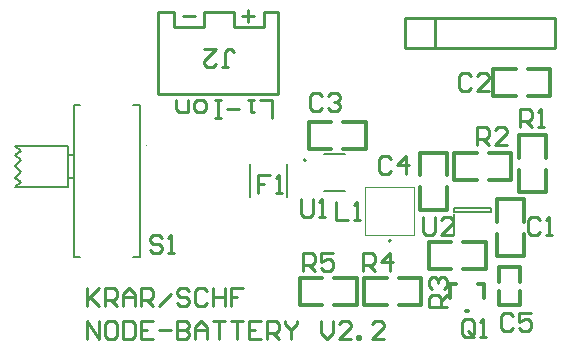
<source format=gbr>
%TF.GenerationSoftware,Altium Limited,Altium Designer,24.0.1 (36)*%
G04 Layer_Color=65535*
%FSLAX45Y45*%
%MOMM*%
%TF.SameCoordinates,EA0AF7FB-948C-45CD-8237-9CE77542C851*%
%TF.FilePolarity,Positive*%
%TF.FileFunction,Legend,Top*%
%TF.Part,Single*%
G01*
G75*
%TA.AperFunction,NonConductor*%
%ADD34C,0.10000*%
%ADD35C,0.20000*%
%ADD36C,0.30480*%
%ADD37C,0.25400*%
%ADD38C,0.12700*%
D34*
X680000Y1796415D02*
G03*
X690000Y1796415I5000J0D01*
G01*
D02*
G03*
X680000Y1796415I-5000J0D01*
G01*
X1720000Y980000D02*
G03*
X1720000Y990000I0J5000D01*
G01*
D02*
G03*
X1720000Y980000I0J-5000D01*
G01*
X2538660Y1038000D02*
X2948660D01*
Y1448001D01*
X2538660D02*
X2948660D01*
X2538660Y1038000D02*
Y1448001D01*
D35*
X2733660Y993001D02*
G03*
X2753660Y993001I10000J0D01*
G01*
D02*
G03*
X2733660Y993001I-10000J0D01*
G01*
X2035425Y1673201D02*
G03*
X2035425Y1673201I-10000J0D01*
G01*
X570000Y851415D02*
X630000D01*
X570000Y2141415D02*
X630000D01*
X70000Y851415D02*
X120000D01*
X20000Y1521415D02*
X70000D01*
X20000Y1721415D02*
X70000D01*
X20000Y1521415D02*
Y1721415D01*
Y1796415D01*
X-430000D02*
X20000D01*
X-430000D02*
X-380000Y1751415D01*
X-430000Y1721415D02*
X-380000Y1751415D01*
X-430000Y1721415D02*
X-380000Y1671415D01*
X-430000Y1621415D02*
X-380000Y1671415D01*
X-430000Y1621415D02*
X-380000Y1571415D01*
X-430000Y1521415D02*
X-380000Y1571415D01*
X-430000Y1521415D02*
X-380000Y1491415D01*
X-430000Y1446415D02*
X-380000Y1491415D01*
X-430000Y1446415D02*
X20000D01*
Y1521415D01*
X630000Y851415D02*
Y2141415D01*
X70000D02*
X120000D01*
X70000Y851415D02*
Y2141415D01*
X3288826Y1265001D02*
X3598825D01*
X3288826Y1235001D02*
X3598825D01*
Y1265001D01*
X3288826Y1235001D02*
Y1265001D01*
X3290425Y1052501D02*
Y1216100D01*
X1565000Y1360000D02*
Y1640000D01*
X1875000Y1360000D02*
Y1640000D01*
D36*
X2463800Y444500D02*
Y673100D01*
X1981200Y444500D02*
Y673100D01*
X2273300D02*
X2463800D01*
X2273300Y444500D02*
X2463800D01*
X1981200D02*
X2171700D01*
X1981200Y673100D02*
X2171700D01*
X3556000Y749300D02*
Y977900D01*
X3073400Y749300D02*
Y977900D01*
X3365500D02*
X3556000D01*
X3365500Y749300D02*
X3556000D01*
X3073400D02*
X3263900D01*
X3073400Y977900D02*
X3263900D01*
X3009900Y444500D02*
Y673100D01*
X2527300Y444500D02*
Y673100D01*
X2819400D02*
X3009900D01*
X2819400Y444500D02*
X3009900D01*
X2527300D02*
X2717800D01*
X2527300Y673100D02*
X2717800D01*
X2057400Y1765300D02*
Y1993900D01*
X2540000Y1765300D02*
Y1993900D01*
X2057400Y1765300D02*
X2247900D01*
X2057400Y1993900D02*
X2247900D01*
X2349500D02*
X2540000D01*
X2349500Y1765300D02*
X2540000D01*
X3621625Y2220901D02*
Y2449501D01*
X4104225Y2220901D02*
Y2449501D01*
X3621625Y2220901D02*
X3812125D01*
X3621625Y2449501D02*
X3812125D01*
X3913725D02*
X4104225D01*
X3913725Y2220901D02*
X4104225D01*
X3670300Y768350D02*
X3848100D01*
X3670300Y450850D02*
X3848100D01*
X3670300Y641350D02*
Y768350D01*
X3848100Y641350D02*
Y768350D01*
Y450850D02*
Y565150D01*
X3670300Y450850D02*
Y565150D01*
X3251200Y622300D02*
X3302000D01*
X3390900Y393700D02*
X3403600D01*
X3492500Y622300D02*
X3543300D01*
X3251200Y508000D02*
Y622300D01*
X3543300Y508000D02*
Y622300D01*
X2999325Y1738301D02*
X3227925D01*
X2999325Y1255701D02*
X3227925D01*
X2999325Y1547801D02*
Y1738301D01*
X3227925Y1547801D02*
Y1738301D01*
Y1255701D02*
Y1446201D01*
X2999325Y1255701D02*
Y1446201D01*
X3649491Y862001D02*
X3878091D01*
X3649491Y1344601D02*
X3878091D01*
Y862001D02*
Y1052501D01*
X3649491Y862001D02*
Y1052501D01*
Y1154101D02*
Y1344601D01*
X3878091Y1154101D02*
Y1344601D01*
X3842631Y1400506D02*
X4071231D01*
X3842631Y1883106D02*
X4071231D01*
Y1400506D02*
Y1591006D01*
X3842631Y1400506D02*
Y1591006D01*
Y1692606D02*
Y1883106D01*
X4071231Y1692606D02*
Y1883106D01*
X3291425Y1738301D02*
X3481925D01*
X3291425Y1509701D02*
X3481925D01*
X3583525D02*
X3774025D01*
X3583525Y1738301D02*
X3774025D01*
X3291425Y1509701D02*
Y1738301D01*
X3774025Y1509701D02*
Y1738301D01*
D37*
X3127000Y2623000D02*
Y2877000D01*
X2873000Y2623000D02*
Y2877000D01*
X4143000D01*
X2873000Y2623000D02*
X4143000D01*
Y2877000D01*
X781000Y2931000D02*
X919000D01*
Y2804000D02*
Y2931000D01*
Y2804000D02*
X1173000D01*
Y2931000D01*
X1427000D01*
Y2804000D02*
X1681000D01*
Y2931000D02*
X1800000D01*
X919000Y2804000D02*
Y2931000D01*
X1173000Y2804000D02*
Y2931000D01*
X1427000Y2804000D02*
Y2931000D01*
X1681000Y2804000D02*
Y2931000D01*
X1800000Y2313500D02*
Y2931000D01*
X781000Y2232500D02*
X1800000D01*
Y2313500D01*
X781000Y2232500D02*
Y2931000D01*
X1744600Y2032249D02*
Y2184599D01*
X1643033D01*
X1592249D02*
X1541466D01*
X1566857D01*
Y2083032D01*
X1592249D01*
X1465290Y2108424D02*
X1363723D01*
X1312940Y2032249D02*
X1262156D01*
X1287548D01*
Y2184599D01*
X1312940D01*
X1262156D01*
X1160589D02*
X1109806D01*
X1084414Y2159208D01*
Y2108424D01*
X1109806Y2083032D01*
X1160589D01*
X1185981Y2108424D01*
Y2159208D01*
X1160589Y2184599D01*
X1033630D02*
Y2083032D01*
X957455D01*
X932063Y2108424D01*
Y2184599D01*
X180000Y158200D02*
Y310551D01*
X281567Y158200D01*
Y310551D01*
X408526D02*
X357742D01*
X332351Y285159D01*
Y183592D01*
X357742Y158200D01*
X408526D01*
X433918Y183592D01*
Y285159D01*
X408526Y310551D01*
X484701D02*
Y158200D01*
X560877D01*
X586269Y183592D01*
Y285159D01*
X560877Y310551D01*
X484701D01*
X738619D02*
X637052D01*
Y158200D01*
X738619D01*
X637052Y234375D02*
X687836D01*
X789403D02*
X890970D01*
X941754Y310551D02*
Y158200D01*
X1017929D01*
X1043321Y183592D01*
Y208984D01*
X1017929Y234375D01*
X941754D01*
X1017929D01*
X1043321Y259767D01*
Y285159D01*
X1017929Y310551D01*
X941754D01*
X1094104Y158200D02*
Y259767D01*
X1144888Y310551D01*
X1195671Y259767D01*
Y158200D01*
Y234375D01*
X1094104D01*
X1246455Y310551D02*
X1348022D01*
X1297238D01*
Y158200D01*
X1398806Y310551D02*
X1500373D01*
X1449589D01*
Y158200D01*
X1652724Y310551D02*
X1551156D01*
Y158200D01*
X1652724D01*
X1551156Y234375D02*
X1601940D01*
X1703507Y158200D02*
Y310551D01*
X1779682D01*
X1805074Y285159D01*
Y234375D01*
X1779682Y208984D01*
X1703507D01*
X1754291D02*
X1805074Y158200D01*
X1855858Y310551D02*
Y285159D01*
X1906641Y234375D01*
X1957425Y285159D01*
Y310551D01*
X1906641Y234375D02*
Y158200D01*
X2160559Y310551D02*
Y208984D01*
X2211343Y158200D01*
X2262127Y208984D01*
Y310551D01*
X2414477Y158200D02*
X2312910D01*
X2414477Y259767D01*
Y285159D01*
X2389085Y310551D01*
X2338302D01*
X2312910Y285159D01*
X2465261Y158200D02*
Y183592D01*
X2490653D01*
Y158200D01*
X2465261D01*
X2693787D02*
X2592220D01*
X2693787Y259767D01*
Y285159D01*
X2668395Y310551D01*
X2617611D01*
X2592220Y285159D01*
X180000Y589951D02*
Y437600D01*
Y488384D01*
X281567Y589951D01*
X205392Y513775D01*
X281567Y437600D01*
X332351D02*
Y589951D01*
X408526D01*
X433918Y564559D01*
Y513775D01*
X408526Y488384D01*
X332351D01*
X383134D02*
X433918Y437600D01*
X484701D02*
Y539167D01*
X535485Y589951D01*
X586269Y539167D01*
Y437600D01*
Y513775D01*
X484701D01*
X637052Y437600D02*
Y589951D01*
X713227D01*
X738619Y564559D01*
Y513775D01*
X713227Y488384D01*
X637052D01*
X687836D02*
X738619Y437600D01*
X789403D02*
X890970Y539167D01*
X1043321Y564559D02*
X1017929Y589951D01*
X967145D01*
X941754Y564559D01*
Y539167D01*
X967145Y513775D01*
X1017929D01*
X1043321Y488384D01*
Y462992D01*
X1017929Y437600D01*
X967145D01*
X941754Y462992D01*
X1195671Y564559D02*
X1170280Y589951D01*
X1119496D01*
X1094104Y564559D01*
Y462992D01*
X1119496Y437600D01*
X1170280D01*
X1195671Y462992D01*
X1246455Y589951D02*
Y437600D01*
Y513775D01*
X1348022D01*
Y589951D01*
Y437600D01*
X1500373Y589951D02*
X1398806D01*
Y513775D01*
X1449589D01*
X1398806D01*
Y437600D01*
X1495400Y2896183D02*
X1596967D01*
X1546184Y2946967D02*
Y2845400D01*
X995400Y2895400D02*
X1096967D01*
X2006641Y736625D02*
Y888975D01*
X2082817D01*
X2108208Y863583D01*
Y812800D01*
X2082817Y787408D01*
X2006641D01*
X2057425D02*
X2108208Y736625D01*
X2260559Y888975D02*
X2158992D01*
Y812800D01*
X2209775Y838192D01*
X2235167D01*
X2260559Y812800D01*
Y762017D01*
X2235167Y736625D01*
X2184384D01*
X2158992Y762017D01*
X3784608Y355583D02*
X3759217Y380975D01*
X3708433D01*
X3683041Y355583D01*
Y254017D01*
X3708433Y228625D01*
X3759217D01*
X3784608Y254017D01*
X3936959Y380975D02*
X3835392D01*
Y304800D01*
X3886175Y330192D01*
X3911567D01*
X3936959Y304800D01*
Y254017D01*
X3911567Y228625D01*
X3860784D01*
X3835392Y254017D01*
X2514641Y736625D02*
Y888975D01*
X2590817D01*
X2616208Y863583D01*
Y812800D01*
X2590817Y787408D01*
X2514641D01*
X2565425D02*
X2616208Y736625D01*
X2743167D02*
Y888975D01*
X2666992Y812800D01*
X2768559D01*
X3225775Y431841D02*
X3073425D01*
Y508017D01*
X3098817Y533408D01*
X3149600D01*
X3174992Y508017D01*
Y431841D01*
Y482625D02*
X3225775Y533408D01*
X3098817Y584192D02*
X3073425Y609584D01*
Y660367D01*
X3098817Y685759D01*
X3124208D01*
X3149600Y660367D01*
Y634975D01*
Y660367D01*
X3174992Y685759D01*
X3200383D01*
X3225775Y660367D01*
Y609584D01*
X3200383Y584192D01*
X3454400Y203217D02*
Y304783D01*
X3429008Y330175D01*
X3378225D01*
X3352833Y304783D01*
Y203217D01*
X3378225Y177825D01*
X3429008D01*
X3403617Y228608D02*
X3454400Y177825D01*
X3429008D02*
X3454400Y203217D01*
X3505184Y177825D02*
X3555967D01*
X3530576D01*
Y330175D01*
X3505184Y304783D01*
X2170087Y2213259D02*
X2144695Y2238651D01*
X2093912D01*
X2068520Y2213259D01*
Y2111692D01*
X2093912Y2086300D01*
X2144695D01*
X2170087Y2111692D01*
X2220871Y2213259D02*
X2246263Y2238651D01*
X2297046D01*
X2322438Y2213259D01*
Y2187867D01*
X2297046Y2162475D01*
X2271654D01*
X2297046D01*
X2322438Y2137084D01*
Y2111692D01*
X2297046Y2086300D01*
X2246263D01*
X2220871Y2111692D01*
X812800Y1015983D02*
X787408Y1041375D01*
X736625D01*
X711233Y1015983D01*
Y990592D01*
X736625Y965200D01*
X787408D01*
X812800Y939808D01*
Y914417D01*
X787408Y889025D01*
X736625D01*
X711233Y914417D01*
X863584Y889025D02*
X914367D01*
X888976D01*
Y1041375D01*
X863584Y1015983D01*
X3022641Y1193775D02*
Y1066817D01*
X3048033Y1041425D01*
X3098817D01*
X3124208Y1066817D01*
Y1193775D01*
X3276559Y1041425D02*
X3174992D01*
X3276559Y1142992D01*
Y1168383D01*
X3251167Y1193775D01*
X3200384D01*
X3174992Y1168383D01*
X2286493Y1319176D02*
Y1166825D01*
X2388060D01*
X2438844D02*
X2489627D01*
X2464236D01*
Y1319176D01*
X2438844Y1293784D01*
X2758034Y1687484D02*
X2732642Y1712876D01*
X2681858D01*
X2656467Y1687484D01*
Y1585917D01*
X2681858Y1560525D01*
X2732642D01*
X2758034Y1585917D01*
X2884993Y1560525D02*
Y1712876D01*
X2808817Y1636701D01*
X2910385D01*
X3435358Y2387583D02*
X3409967Y2412975D01*
X3359183D01*
X3333791Y2387583D01*
Y2286017D01*
X3359183Y2260625D01*
X3409967D01*
X3435358Y2286017D01*
X3587709Y2260625D02*
X3486142D01*
X3587709Y2362192D01*
Y2387583D01*
X3562317Y2412975D01*
X3511534D01*
X3486142Y2387583D01*
X4013200Y1168383D02*
X3987808Y1193775D01*
X3937025D01*
X3911633Y1168383D01*
Y1066817D01*
X3937025Y1041425D01*
X3987808D01*
X4013200Y1066817D01*
X4063984Y1041425D02*
X4114767D01*
X4089376D01*
Y1193775D01*
X4063984Y1168383D01*
X1727200Y1549375D02*
X1625633D01*
Y1473200D01*
X1676417D01*
X1625633D01*
Y1397025D01*
X1777984D02*
X1828767D01*
X1803376D01*
Y1549375D01*
X1777984Y1523983D01*
X1996058Y1344576D02*
Y1217617D01*
X2021450Y1192225D01*
X2072234D01*
X2097626Y1217617D01*
Y1344576D01*
X2148409Y1192225D02*
X2199193D01*
X2173801D01*
Y1344576D01*
X2148409Y1319184D01*
X3479841Y1803425D02*
Y1955775D01*
X3556017D01*
X3581408Y1930383D01*
Y1879600D01*
X3556017Y1854208D01*
X3479841D01*
X3530625D02*
X3581408Y1803425D01*
X3733759D02*
X3632192D01*
X3733759Y1904992D01*
Y1930383D01*
X3708367Y1955775D01*
X3657584D01*
X3632192Y1930383D01*
X3850258Y1954225D02*
Y2106576D01*
X3926434D01*
X3951826Y2081184D01*
Y2030401D01*
X3926434Y2005009D01*
X3850258D01*
X3901042D02*
X3951826Y1954225D01*
X4002609D02*
X4053393D01*
X4028001D01*
Y2106576D01*
X4002609Y2081184D01*
X1327992Y2466624D02*
X1378775D01*
X1353383D01*
Y2593583D01*
X1378775Y2618975D01*
X1404167D01*
X1429559Y2593583D01*
X1175641Y2618975D02*
X1277208D01*
X1175641Y2517408D01*
Y2492016D01*
X1201033Y2466624D01*
X1251816D01*
X1277208Y2492016D01*
D38*
X2187425Y1416201D02*
X2363426D01*
X2187425Y1730201D02*
X2363426D01*
%TF.MD5,1a01cb7e762abb0d45d1572a86d7adbb*%
M02*

</source>
